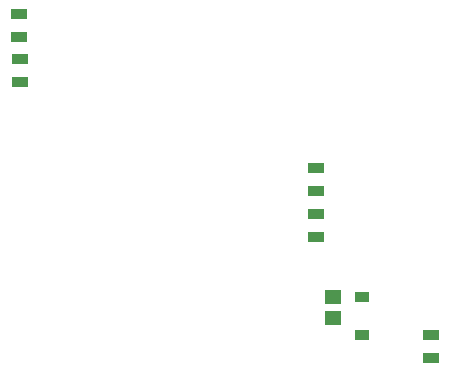
<source format=gbp>
G04*
G04 #@! TF.GenerationSoftware,Altium Limited,Altium Designer,22.1.2 (22)*
G04*
G04 Layer_Color=128*
%FSLAX25Y25*%
%MOIN*%
G70*
G04*
G04 #@! TF.SameCoordinates,55BB0F9E-9583-49B5-81CB-360D1DA6D785*
G04*
G04*
G04 #@! TF.FilePolarity,Positive*
G04*
G01*
G75*
%ADD21R,0.05709X0.04528*%
%ADD30R,0.05709X0.03740*%
%ADD115R,0.04803X0.03583*%
D21*
X141130Y128634D02*
D03*
Y135721D02*
D03*
D30*
X173701Y115295D02*
D03*
Y122972D02*
D03*
X135232Y155701D02*
D03*
Y163378D02*
D03*
X135276Y178953D02*
D03*
Y171276D02*
D03*
X36492Y230153D02*
D03*
Y222476D02*
D03*
X36689Y207366D02*
D03*
Y215043D02*
D03*
D115*
X150854Y135858D02*
D03*
Y122984D02*
D03*
M02*

</source>
